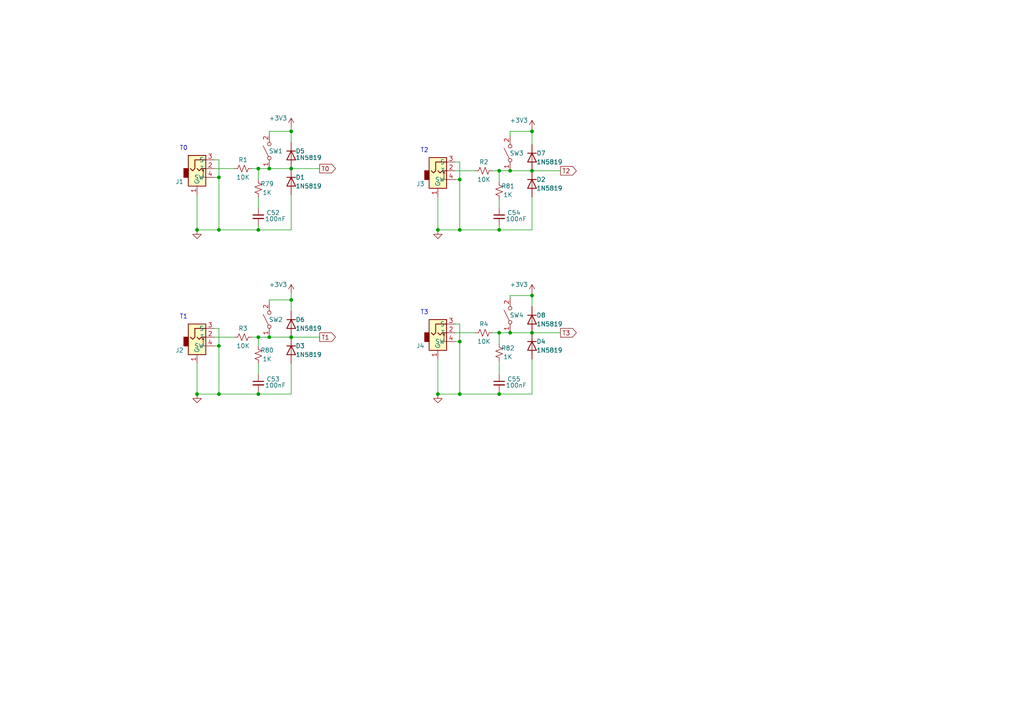
<source format=kicad_sch>
(kicad_sch (version 20211123) (generator eeschema)
  (paper "A4")
  (title_block (rev "4.3"))
  (lib_symbols
    (symbol "Device:C_Small" (pin_numbers hide) (pin_names (offset 0.254) hide)
      (property "Reference" "C" (at 0.254 1.778 0))
      (property "Value" "C_Small" (at 0.254 -2.032 0))
      (symbol "C_Small_0_1"
        (polyline (pts (xy -1.524 -0.508) (xy 1.524 -0.508)) (stroke (width 0.3302)))
        (polyline (pts (xy -1.524 0.508) (xy 1.524 0.508)) (stroke (width 0.3048)))
      )
      (symbol "C_Small_1_1"
        (pin passive line (at 0 2.54 270) (length 2.032) (name "~") (number "1"))
        (pin passive line (at 0 -2.54 90) (length 2.032) (name "~") (number "2"))
      )
    )
    (symbol "Device:R_Small_US" (pin_numbers hide) (pin_names (offset 0.254) hide)
      (property "Reference" "R" (at 0.762 0.508 0))
      (property "Value" "R_Small_US" (at 0.762 -1.016 0))
      (symbol "R_Small_US_1_1"
        (polyline (pts (xy 0 0) (xy 1.016 -0.381) (xy 0 -0.762) (xy -1.016 -1.143) (xy 0 -1.524)))
        (polyline (pts (xy 0 1.524) (xy 1.016 1.143) (xy 0 0.762) (xy -1.016 0.381) (xy 0 0)))
        (pin passive line (at 0 2.54 270) (length 1.016) (name "~") (number "1"))
        (pin passive line (at 0 -2.54 90) (length 1.016) (name "~") (number "2"))
      )
    )
    (symbol "Diode:1N4148" (pin_numbers hide) (pin_names (offset 1.016) hide)
      (property "Reference" "D" (at 0 2.54 0))
      (property "Value" "1N4148" (at 0 -2.54 0))
      (symbol "1N4148_0_1"
        (polyline (pts (xy -1.27 1.27) (xy -1.27 -1.27)) (stroke (width 0.254)))
        (polyline (pts (xy 1.27 0) (xy -1.27 0)))
        (polyline (pts (xy 1.27 1.27) (xy 1.27 -1.27) (xy -1.27 0) (xy 1.27 1.27)) (stroke (width 0.254)))
      )
      (symbol "1N4148_1_1"
        (pin passive line (at -3.81 0 0) (length 2.54) (name "K") (number "1"))
        (pin passive line (at 3.81 0 180) (length 2.54) (name "A") (number "2"))
      )
    )
    (symbol "Switch:SW_SPST" (pin_names (offset 0) hide)
      (property "Reference" "SW" (at 0 3.175 0))
      (property "Value" "SW_SPST" (at 0 -2.54 0))
      (symbol "SW_SPST_0_0"
        (circle (center -2.032 0) (radius 0.508))
        (polyline (pts (xy -1.524 0.254) (xy 1.524 1.778)))
        (circle (center 2.032 0) (radius 0.508))
      )
      (symbol "SW_SPST_1_1"
        (pin passive line (at -5.08 0 0) (length 2.54) (name "A") (number "1"))
        (pin passive line (at 5.08 0 180) (length 2.54) (name "B") (number "2"))
      )
    )
    (symbol "greenface-symbols:Molex_47257"
      (property "Reference" "J" (at 0 8.89 0))
      (property "Value" "Molex_47257" (at 0 6.35 0))
      (symbol "Molex_47257_0_1"
        (rectangle (start -2.54 0) (end -3.81 -2.54) (stroke (width 0.254)) (fill (type outline)))
        (polyline (pts (xy 1.778 -0.254) (xy 2.032 -0.762)))
        (polyline (pts (xy 0 0) (xy 0.635 -0.635) (xy 1.27 0) (xy 2.54 0)) (stroke (width 0.254)))
        (polyline (pts (xy 2.54 -2.54) (xy 1.778 -2.54) (xy 1.778 -0.254) (xy 1.524 -0.762)))
        (polyline (pts (xy 2.54 2.54) (xy -0.635 2.54) (xy -0.635 0) (xy -1.27 -0.635) (xy -1.905 0)) (stroke (width 0.254)))
        (rectangle (start 2.54 3.81) (end -2.54 -5.08) (stroke (width 0.254)) (fill (type background)))
      )
      (symbol "Molex_47257_1_1"
        (pin passive line (at 0 -7.62 90) (length 2.54) (name "G") (number "1"))
        (pin passive line (at 5.08 0 180) (length 2.54) (name "T") (number "2"))
        (pin passive line (at 5.08 2.54 180) (length 2.54) (name "S") (number "3"))
        (pin passive line (at 5.08 -2.54 180) (length 2.54) (name "SW") (number "4"))
      )
    )
    (symbol "power:+3.3V" (power) (pin_names (offset 0))
      (property "Value" "+3.3V" (at 0 3.556 0))
      (symbol "+3.3V_0_1"
        (polyline (pts (xy -0.762 1.27) (xy 0 2.54)))
        (polyline (pts (xy 0 0) (xy 0 2.54)))
        (polyline (pts (xy 0 2.54) (xy 0.762 1.27)))
      )
      (symbol "+3.3V_1_1"
        (pin power_in line (at 0 0 90) (length 0) hide (name "+3V3") (number "1"))
      )
    )
    (symbol "power:GND" (power) (pin_names (offset 0))
      (property "Value" "GND" (at 0 -3.81 0))
      (symbol "GND_0_1"
        (polyline (pts (xy 0 0) (xy 0 -1.27) (xy 1.27 -1.27) (xy 0 -2.54) (xy -1.27 -1.27) (xy 0 -1.27)))
      )
      (symbol "GND_1_1"
        (pin power_in line (at 0 0 270) (length 0) hide (name "GND") (number "1"))
      )
    )
  )
  (junction (at 154.305 38.1))
  (junction (at 154.305 85.725))
  (junction (at 78.105 48.895))
  (junction (at 74.93 114.3))
  (junction (at 63.5 100.33))
  (junction (at 84.455 48.895))
  (junction (at 144.78 114.3))
  (junction (at 127 66.675))
  (junction (at 74.93 66.675))
  (junction (at 74.93 97.79))
  (junction (at 57.15 114.3))
  (junction (at 84.455 38.1))
  (junction (at 154.305 96.52))
  (junction (at 147.955 96.52))
  (junction (at 57.15 66.675))
  (junction (at 133.35 52.07))
  (junction (at 133.35 66.675))
  (junction (at 63.5 51.435))
  (junction (at 84.455 86.995))
  (junction (at 127 114.3))
  (junction (at 144.78 66.675))
  (junction (at 133.35 99.06))
  (junction (at 144.78 49.53))
  (junction (at 133.35 114.3))
  (junction (at 63.5 66.675))
  (junction (at 144.78 96.52))
  (junction (at 63.5 114.3))
  (junction (at 154.305 49.53))
  (junction (at 147.955 49.53))
  (junction (at 78.105 97.79))
  (junction (at 74.93 48.895))
  (junction (at 84.455 97.79))
  (wire (pts (xy 78.105 86.995) (xy 84.455 86.995)))
  (wire (pts (xy 133.35 99.06) (xy 133.35 114.3)))
  (wire (pts (xy 84.455 97.79) (xy 92.71 97.79)))
  (wire (pts (xy 147.955 49.53) (xy 154.305 49.53)))
  (wire (pts (xy 74.93 114.3) (xy 84.455 114.3)))
  (wire (pts (xy 133.35 66.675) (xy 144.78 66.675)))
  (wire (pts (xy 127 114.3) (xy 133.35 114.3)))
  (wire (pts (xy 84.455 86.995) (xy 84.455 90.17)))
  (wire (pts (xy 132.08 49.53) (xy 137.795 49.53)))
  (wire (pts (xy 57.15 114.3) (xy 57.15 105.41)))
  (wire (pts (xy 142.875 96.52) (xy 144.78 96.52)))
  (wire (pts (xy 84.455 85.09) (xy 84.455 86.995)))
  (wire (pts (xy 132.08 46.99) (xy 133.35 46.99)))
  (wire (pts (xy 133.35 93.98) (xy 133.35 99.06)))
  (wire (pts (xy 78.105 87.63) (xy 78.105 86.995)))
  (wire (pts (xy 78.105 38.735) (xy 78.105 38.1)))
  (wire (pts (xy 144.78 96.52) (xy 147.955 96.52)))
  (wire (pts (xy 144.78 49.53) (xy 147.955 49.53)))
  (wire (pts (xy 74.93 97.79) (xy 78.105 97.79)))
  (wire (pts (xy 142.875 49.53) (xy 144.78 49.53)))
  (wire (pts (xy 62.23 100.33) (xy 63.5 100.33)))
  (wire (pts (xy 74.93 57.15) (xy 74.93 60.325)))
  (wire (pts (xy 84.455 114.3) (xy 84.455 105.41)))
  (wire (pts (xy 74.93 105.41) (xy 74.93 108.585)))
  (wire (pts (xy 144.78 96.52) (xy 144.78 99.695)))
  (wire (pts (xy 127 104.14) (xy 127 114.3)))
  (wire (pts (xy 154.305 96.52) (xy 162.56 96.52)))
  (wire (pts (xy 57.15 66.675) (xy 57.15 56.515)))
  (wire (pts (xy 147.955 85.725) (xy 154.305 85.725)))
  (wire (pts (xy 144.78 57.785) (xy 144.78 60.325)))
  (wire (pts (xy 144.78 113.665) (xy 144.78 114.3)))
  (wire (pts (xy 147.955 96.52) (xy 154.305 96.52)))
  (wire (pts (xy 133.35 46.99) (xy 133.35 52.07)))
  (wire (pts (xy 133.35 114.3) (xy 144.78 114.3)))
  (wire (pts (xy 154.305 114.3) (xy 144.78 114.3)))
  (wire (pts (xy 78.105 97.79) (xy 84.455 97.79)))
  (wire (pts (xy 154.305 66.675) (xy 144.78 66.675)))
  (wire (pts (xy 147.955 39.37) (xy 147.955 38.1)))
  (wire (pts (xy 132.08 99.06) (xy 133.35 99.06)))
  (wire (pts (xy 154.305 104.14) (xy 154.305 114.3)))
  (wire (pts (xy 74.93 48.895) (xy 74.93 52.07)))
  (wire (pts (xy 62.23 48.895) (xy 67.945 48.895)))
  (wire (pts (xy 63.5 46.355) (xy 63.5 51.435)))
  (wire (pts (xy 132.08 52.07) (xy 133.35 52.07)))
  (wire (pts (xy 78.105 48.895) (xy 84.455 48.895)))
  (wire (pts (xy 63.5 114.3) (xy 74.93 114.3)))
  (wire (pts (xy 127 66.675) (xy 133.35 66.675)))
  (wire (pts (xy 62.23 95.25) (xy 63.5 95.25)))
  (wire (pts (xy 127 57.15) (xy 127 66.675)))
  (wire (pts (xy 84.455 38.1) (xy 84.455 41.275)))
  (wire (pts (xy 74.93 97.79) (xy 74.93 100.33)))
  (wire (pts (xy 154.305 38.1) (xy 154.305 41.91)))
  (wire (pts (xy 144.78 65.405) (xy 144.78 66.675)))
  (wire (pts (xy 74.93 48.895) (xy 78.105 48.895)))
  (wire (pts (xy 144.78 104.775) (xy 144.78 108.585)))
  (wire (pts (xy 132.08 96.52) (xy 137.795 96.52)))
  (wire (pts (xy 132.08 93.98) (xy 133.35 93.98)))
  (wire (pts (xy 154.305 85.725) (xy 154.305 88.9)))
  (wire (pts (xy 73.025 48.895) (xy 74.93 48.895)))
  (wire (pts (xy 84.455 36.83) (xy 84.455 38.1)))
  (wire (pts (xy 74.93 65.405) (xy 74.93 66.675)))
  (wire (pts (xy 62.23 51.435) (xy 63.5 51.435)))
  (wire (pts (xy 154.305 85.09) (xy 154.305 85.725)))
  (wire (pts (xy 57.15 114.3) (xy 63.5 114.3)))
  (wire (pts (xy 154.305 57.15) (xy 154.305 66.675)))
  (wire (pts (xy 84.455 48.895) (xy 92.71 48.895)))
  (wire (pts (xy 63.5 66.675) (xy 74.93 66.675)))
  (wire (pts (xy 63.5 51.435) (xy 63.5 66.675)))
  (wire (pts (xy 62.23 46.355) (xy 63.5 46.355)))
  (wire (pts (xy 147.955 38.1) (xy 154.305 38.1)))
  (wire (pts (xy 78.105 38.1) (xy 84.455 38.1)))
  (wire (pts (xy 154.305 49.53) (xy 162.56 49.53)))
  (wire (pts (xy 62.23 97.79) (xy 67.945 97.79)))
  (wire (pts (xy 74.93 66.675) (xy 84.455 66.675)))
  (wire (pts (xy 57.15 66.675) (xy 63.5 66.675)))
  (wire (pts (xy 144.78 49.53) (xy 144.78 52.705)))
  (wire (pts (xy 84.455 66.675) (xy 84.455 56.515)))
  (wire (pts (xy 74.93 113.665) (xy 74.93 114.3)))
  (wire (pts (xy 63.5 100.33) (xy 63.5 114.3)))
  (wire (pts (xy 63.5 95.25) (xy 63.5 100.33)))
  (wire (pts (xy 147.955 86.36) (xy 147.955 85.725)))
  (wire (pts (xy 154.305 37.465) (xy 154.305 38.1)))
  (wire (pts (xy 133.35 52.07) (xy 133.35 66.675)))
  (wire (pts (xy 73.025 97.79) (xy 74.93 97.79)))
  (text "T1" (at 52.07 92.71 0) (effects (font (size 1.27 1.27)) (justify left bottom)))
  (text "T2" (at 121.92 44.45 0) (effects (font (size 1.27 1.27)) (justify left bottom)))
  (text "T3" (at 121.92 91.44 0) (effects (font (size 1.27 1.27)) (justify left bottom)))
  (text "T0" (at 52.07 43.815 0) (effects (font (size 1.27 1.27)) (justify left bottom)))
  (global_label "T1" (shape output) (at 92.71 97.79 0) (property "Intersheet References" "${INTERSHEET_REFS}" (effects hide)))
  (global_label "T0" (shape output) (at 92.71 48.895 0) (property "Intersheet References" "${INTERSHEET_REFS}" (effects hide)))
  (global_label "T3" (shape output) (at 162.56 96.52 0) (property "Intersheet References" "${INTERSHEET_REFS}" (effects hide)))
  (global_label "T2" (shape output) (at 162.56 49.53 0) (property "Intersheet References" "${INTERSHEET_REFS}" (effects hide)))
  (symbol (lib_id "Diode:1N4148") (at 154.305 92.71 270) (unit 1)
    (property "Reference" "D8" (at 155.575 91.44 90) (effects (justify left)))
    (property "Value" "1N5819" (at 155.575 93.98 90) (effects (justify left)))
    (property "Footprint" "Diode_SMD:D_0805_2012Metric_Pad1.15x1.40mm_HandSolder" (effects hide))
    (property "Digi-Key Part" "478-7800-1-ND" (effects hide))
    (property "LCSC Part #" "C191023" (effects hide))
  )
  (symbol (lib_id "Device:R_Small_US") (at 74.93 54.61 0) (unit 1)
    (property "Reference" "R79" (at 77.47 53.34 0))
    (property "Value" "1K" (at 77.47 55.88 0))
    (property "Footprint" "Resistor_SMD:R_0603_1608Metric" (effects hide))
    (property "Digi-Key Part" "RNCP0603FTD1K00CT-ND" (effects hide))
    (property "LCSC Part #" "C21190" (effects hide))
  )
  (symbol (lib_id "Device:R_Small_US") (at 144.78 102.235 0) (unit 1)
    (property "Reference" "R82" (at 147.32 100.965 0))
    (property "Value" "1K" (at 147.32 103.505 0))
    (property "Footprint" "Resistor_SMD:R_0603_1608Metric" (effects hide))
    (property "Digi-Key Part" "RNCP0603FTD1K00CT-ND" (effects hide))
    (property "LCSC Part #" "C21190" (effects hide))
  )
  (symbol (lib_id "Device:R_Small_US") (at 144.78 55.245 0) (unit 1)
    (property "Reference" "R81" (at 147.32 53.975 0))
    (property "Value" "1K" (at 147.32 56.515 0))
    (property "Footprint" "Resistor_SMD:R_0603_1608Metric" (effects hide))
    (property "Digi-Key Part" "RNCP0603FTD1K00CT-ND" (effects hide))
    (property "LCSC Part #" "C21190" (effects hide))
  )
  (symbol (lib_id "Diode:1N4148") (at 84.455 45.085 270) (unit 1)
    (property "Reference" "D5" (at 85.725 43.815 90) (effects (justify left)))
    (property "Value" "1N5819" (at 85.725 45.72 90) (effects (justify left)))
    (property "Footprint" "Diode_SMD:D_0805_2012Metric_Pad1.15x1.40mm_HandSolder" (effects hide))
    (property "Digi-Key Part" "478-7800-1-ND" (effects hide))
    (property "LCSC Part #" "C191023" (effects hide))
  )
  (symbol (lib_id "Diode:1N4148") (at 84.455 52.705 270) (unit 1)
    (property "Reference" "D1" (at 85.725 51.435 90) (effects (justify left)))
    (property "Value" "1N5819" (at 85.725 53.975 90) (effects (justify left)))
    (property "Footprint" "Diode_SMD:D_0805_2012Metric_Pad1.15x1.40mm_HandSolder" (effects hide))
    (property "Digi-Key Part" "478-7800-1-ND" (effects hide))
    (property "LCSC Part #" "C191023" (effects hide))
  )
  (symbol (lib_id "greenface-symbols:Molex_47257") (at 127 96.52 0) (unit 1)
    (property "Reference" "J4" (at 121.92 100.33 0))
    (property "Value" "3.5mm Jack" (effects hide))
    (property "Footprint" "sputterizer:Molex-0472570001" (effects hide))
    (property "Digi-Key Part" "WM17366-ND" (effects hide))
  )
  (symbol (lib_id "power:+3.3V") (at 84.455 85.09 0) (unit 1)
    (property "Reference" "#PWR05" (effects hide))
    (property "Value" "+3.3V" (at 80.645 82.55 0))
  )
  (symbol (lib_id "Diode:1N4148") (at 84.455 101.6 270) (unit 1)
    (property "Reference" "D3" (at 85.725 100.33 90) (effects (justify left)))
    (property "Value" "1N5819" (at 85.725 102.87 90) (effects (justify left)))
    (property "Footprint" "Diode_SMD:D_0805_2012Metric_Pad1.15x1.40mm_HandSolder" (effects hide))
    (property "Digi-Key Part" "478-7800-1-ND" (effects hide))
    (property "LCSC Part #" "C191023" (effects hide))
  )
  (symbol (lib_id "Device:R_Small_US") (at 70.485 48.895 270) (unit 1)
    (property "Reference" "R1" (at 70.485 46.355 90))
    (property "Value" "10K" (at 70.485 51.435 90))
    (property "Footprint" "Resistor_SMD:R_0805_2012Metric_Pad1.20x1.40mm_HandSolder" (effects hide))
    (property "Digi-Key Part" "13-RC0805JR-1010KLCT-ND" (effects hide))
    (property "LCSC Part #" "C17414" (effects hide))
  )
  (symbol (lib_id "Device:C_Small") (at 144.78 62.865 0) (unit 1)
    (property "Reference" "C54" (at 147.1168 61.6966 0) (effects (justify left)))
    (property "Value" "100nF" (at 146.685 63.5 0) (effects (justify left)))
    (property "Footprint" "Capacitor_SMD:C_0805_2012Metric_Pad1.18x1.45mm_HandSolder" (effects hide))
    (property "Datasheet" "http://datasheets.avx.com/SR-Series.pdf" (effects hide))
    (property "Digi-Key Part" "478-10836-1-ND" (effects hide))
    (property "LCSC Part #" "C49678" (effects hide))
  )
  (symbol (lib_id "Device:R_Small_US") (at 140.335 49.53 270) (unit 1)
    (property "Reference" "R2" (at 140.335 46.99 90))
    (property "Value" "10K" (at 140.335 52.07 90))
    (property "Footprint" "Resistor_SMD:R_0805_2012Metric_Pad1.20x1.40mm_HandSolder" (effects hide))
    (property "Digi-Key Part" "13-RC0805JR-1010KLCT-ND" (effects hide))
    (property "LCSC Part #" "C17414" (effects hide))
  )
  (symbol (lib_id "Device:C_Small") (at 144.78 111.125 0) (unit 1)
    (property "Reference" "C55" (at 147.1168 109.9566 0) (effects (justify left)))
    (property "Value" "100nF" (at 146.685 111.76 0) (effects (justify left)))
    (property "Footprint" "Capacitor_SMD:C_0805_2012Metric_Pad1.18x1.45mm_HandSolder" (effects hide))
    (property "Datasheet" "http://datasheets.avx.com/SR-Series.pdf" (effects hide))
    (property "Digi-Key Part" "478-10836-1-ND" (effects hide))
    (property "LCSC Part #" "C49678" (effects hide))
  )
  (symbol (lib_id "Diode:1N4148") (at 154.305 100.33 270) (unit 1)
    (property "Reference" "D4" (at 155.575 99.06 90) (effects (justify left)))
    (property "Value" "1N5819" (at 155.575 101.6 90) (effects (justify left)))
    (property "Footprint" "Diode_SMD:D_0805_2012Metric_Pad1.15x1.40mm_HandSolder" (effects hide))
    (property "Digi-Key Part" "478-7800-1-ND" (effects hide))
    (property "LCSC Part #" "C191023" (effects hide))
  )
  (symbol (lib_id "Switch:SW_SPST") (at 147.955 91.44 90) (unit 1)
    (property "Reference" "SW4" (at 149.86 91.44 90))
    (property "Value" "Push Button" (effects hide))
    (property "Footprint" "Button_Switch_THT:SW_PUSH_6mm" (effects hide))
    (property "Digi-Key Part" "450-1643-ND" (effects hide))
  )
  (symbol (lib_id "Switch:SW_SPST") (at 147.955 44.45 90) (unit 1)
    (property "Reference" "SW3" (at 149.86 44.45 90))
    (property "Value" "Push Button" (effects hide))
    (property "Footprint" "Button_Switch_THT:SW_PUSH_6mm" (effects hide))
    (property "Digi-Key Part" "450-1643-ND" (effects hide))
  )
  (symbol (lib_id "Device:R_Small_US") (at 70.485 97.79 270) (unit 1)
    (property "Reference" "R3" (at 70.485 95.25 90))
    (property "Value" "10K" (at 70.485 100.33 90))
    (property "Footprint" "Resistor_SMD:R_0805_2012Metric_Pad1.20x1.40mm_HandSolder" (effects hide))
    (property "Digi-Key Part" "13-RC0805JR-1010KLCT-ND" (effects hide))
    (property "LCSC Part #" "C17414" (effects hide))
  )
  (symbol (lib_id "Switch:SW_SPST") (at 78.105 92.71 90) (unit 1)
    (property "Reference" "SW2" (at 80.01 92.71 90))
    (property "Value" "Push Button" (effects hide))
    (property "Footprint" "Button_Switch_THT:SW_PUSH_6mm" (effects hide))
    (property "Digi-Key Part" "450-1643-ND" (effects hide))
  )
  (symbol (lib_id "power:GND") (at 127 66.675 0) (unit 1)
    (property "Reference" "#PWR03" (effects hide))
    (property "Value" "GND" (effects hide))
  )
  (symbol (lib_id "Switch:SW_SPST") (at 78.105 43.815 90) (unit 1)
    (property "Reference" "SW1" (at 80.01 43.815 90))
    (property "Value" "Push Button" (effects hide))
    (property "Footprint" "Button_Switch_THT:SW_PUSH_6mm" (effects hide))
    (property "Digi-Key Part" "450-1643-ND" (effects hide))
  )
  (symbol (lib_id "power:+3.3V") (at 154.305 85.09 0) (unit 1)
    (property "Reference" "#PWR07" (effects hide))
    (property "Value" "+3.3V" (at 150.495 82.55 0))
  )
  (symbol (lib_id "power:GND") (at 127 114.3 0) (unit 1)
    (property "Reference" "#PWR04" (effects hide))
    (property "Value" "GND" (effects hide))
  )
  (symbol (lib_id "greenface-symbols:Molex_47257") (at 127 49.53 0) (unit 1)
    (property "Reference" "J3" (at 121.92 53.34 0))
    (property "Value" "3.5mm Jack" (effects hide))
    (property "Footprint" "sputterizer:Molex-0472570001" (effects hide))
    (property "Digi-Key Part" "WM17366-ND" (effects hide))
  )
  (symbol (lib_id "power:GND") (at 57.15 114.3 0) (unit 1)
    (property "Reference" "#PWR02" (effects hide))
    (property "Value" "GND" (effects hide))
  )
  (symbol (lib_id "Device:R_Small_US") (at 140.335 96.52 270) (unit 1)
    (property "Reference" "R4" (at 140.335 93.98 90))
    (property "Value" "10K" (at 140.335 99.06 90))
    (property "Footprint" "Resistor_SMD:R_0805_2012Metric_Pad1.20x1.40mm_HandSolder" (effects hide))
    (property "Digi-Key Part" "13-RC0805JR-1010KLCT-ND" (effects hide))
    (property "LCSC Part #" "C17414" (effects hide))
  )
  (symbol (lib_id "power:+3.3V") (at 154.305 37.465 0) (unit 1)
    (property "Reference" "#PWR06" (effects hide))
    (property "Value" "+3.3V" (at 150.495 34.925 0))
  )
  (symbol (lib_id "Diode:1N4148") (at 154.305 53.34 270) (unit 1)
    (property "Reference" "D2" (at 155.575 52.07 90) (effects (justify left)))
    (property "Value" "1N5819" (at 155.575 54.61 90) (effects (justify left)))
    (property "Footprint" "Diode_SMD:D_0805_2012Metric_Pad1.15x1.40mm_HandSolder" (effects hide))
    (property "Digi-Key Part" "478-7800-1-ND" (effects hide))
    (property "LCSC Part #" "C191023" (effects hide))
  )
  (symbol (lib_id "Device:R_Small_US") (at 74.93 102.87 0) (unit 1)
    (property "Reference" "R80" (at 77.47 101.6 0))
    (property "Value" "1K" (at 77.47 104.14 0))
    (property "Footprint" "Resistor_SMD:R_0603_1608Metric" (effects hide))
    (property "Digi-Key Part" "RNCP0603FTD1K00CT-ND" (effects hide))
    (property "LCSC Part #" "C21190" (effects hide))
  )
  (symbol (lib_id "Diode:1N4148") (at 154.305 45.72 270) (unit 1)
    (property "Reference" "D7" (at 155.575 44.45 90) (effects (justify left)))
    (property "Value" "1N5819" (at 155.575 46.99 90) (effects (justify left)))
    (property "Footprint" "Diode_SMD:D_0805_2012Metric_Pad1.15x1.40mm_HandSolder" (effects hide))
    (property "Digi-Key Part" "478-7800-1-ND" (effects hide))
    (property "LCSC Part #" "C191023" (effects hide))
  )
  (symbol (lib_id "Device:C_Small") (at 74.93 111.125 0) (unit 1)
    (property "Reference" "C53" (at 77.2668 109.9566 0) (effects (justify left)))
    (property "Value" "100nF" (at 76.835 111.76 0) (effects (justify left)))
    (property "Footprint" "Capacitor_SMD:C_0805_2012Metric_Pad1.18x1.45mm_HandSolder" (effects hide))
    (property "Datasheet" "http://datasheets.avx.com/SR-Series.pdf" (effects hide))
    (property "Digi-Key Part" "478-10836-1-ND" (effects hide))
    (property "LCSC Part #" "C49678" (effects hide))
  )
  (symbol (lib_id "power:GND") (at 57.15 66.675 0) (unit 1)
    (property "Reference" "#PWR01" (effects hide))
    (property "Value" "GND" (effects hide))
  )
  (symbol (lib_id "power:+3.3V") (at 84.455 36.83 0) (unit 1)
    (property "Reference" "#PWR021" (effects hide))
    (property "Value" "+3.3V" (at 80.645 34.29 0))
  )
  (symbol (lib_id "greenface-symbols:Molex_47257") (at 57.15 48.895 0) (unit 1)
    (property "Reference" "J1" (at 52.07 52.705 0))
    (property "Value" "3.5mm Jack" (effects hide))
    (property "Footprint" "sputterizer:Molex-0472570001" (effects hide))
    (property "Digi-Key Part" "WM17366-ND" (effects hide))
  )
  (symbol (lib_id "Diode:1N4148") (at 84.455 93.98 270) (unit 1)
    (property "Reference" "D6" (at 85.725 92.71 90) (effects (justify left)))
    (property "Value" "1N5819" (at 85.725 95.25 90) (effects (justify left)))
    (property "Footprint" "Diode_SMD:D_0805_2012Metric_Pad1.15x1.40mm_HandSolder" (effects hide))
    (property "Digi-Key Part" "478-7800-1-ND" (effects hide))
    (property "LCSC Part #" "C191023" (effects hide))
  )
  (symbol (lib_id "Device:C_Small") (at 74.93 62.865 0) (unit 1)
    (property "Reference" "C52" (at 77.2668 61.6966 0) (effects (justify left)))
    (property "Value" "100nF" (at 76.835 63.5 0) (effects (justify left)))
    (property "Footprint" "Capacitor_SMD:C_0805_2012Metric_Pad1.18x1.45mm_HandSolder" (effects hide))
    (property "Datasheet" "http://datasheets.avx.com/SR-Series.pdf" (effects hide))
    (property "Digi-Key Part" "478-10836-1-ND" (effects hide))
    (property "LCSC Part #" "C49678" (effects hide))
  )
  (symbol (lib_id "greenface-symbols:Molex_47257") (at 57.15 97.79 0) (unit 1)
    (property "Reference" "J2" (at 52.07 101.6 0))
    (property "Value" "3.5mm Jack" (effects hide))
    (property "Footprint" "sputterizer:Molex-0472570001" (effects hide))
    (property "Digi-Key Part" "WM17366-ND" (effects hide))
  )
)
</source>
